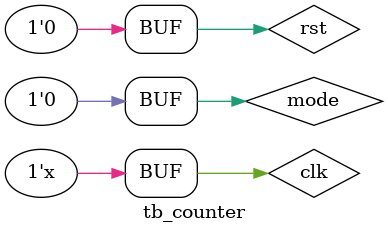
<source format=v>
`timescale 1ns / 1ps


module tb_counter();

    reg clk;
    reg rst;
    reg mode;
    wire [3:0]fndCom;
    wire [7:0]fndFont;

    always #5 clk = ~clk;

    initial begin
        clk = 0;
        rst = 1;
        mode = 0;
        #10
        rst = 0;
        #100
        #100;
    end



top_counter_up_down dut(
    .clk(clk),
    .rst(rst),
    .mode(mode),
    .fndCom(fndCom),
    .fndFont(fndFont)
);



endmodule

</source>
